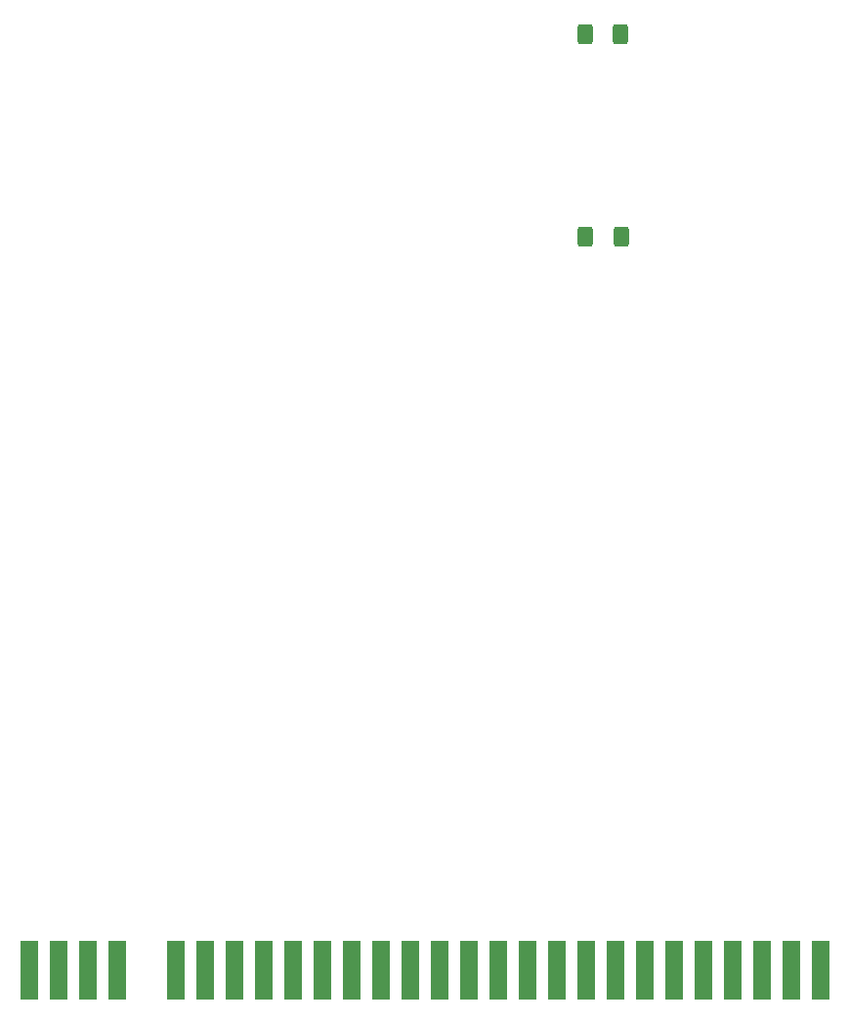
<source format=gtp>
%TF.GenerationSoftware,KiCad,Pcbnew,6.0.0-d3dd2cf0fa~116~ubuntu20.04.1*%
%TF.CreationDate,2022-03-24T22:15:26+01:00*%
%TF.ProjectId,addon-edge-rpi-i2s-pmod,6164646f-6e2d-4656-9467-652d7270692d,1.00*%
%TF.SameCoordinates,Original*%
%TF.FileFunction,Paste,Top*%
%TF.FilePolarity,Positive*%
%FSLAX46Y46*%
G04 Gerber Fmt 4.6, Leading zero omitted, Abs format (unit mm)*
G04 Created by KiCad (PCBNEW 6.0.0-d3dd2cf0fa~116~ubuntu20.04.1) date 2022-03-24 22:15:26*
%MOMM*%
%LPD*%
G01*
G04 APERTURE LIST*
G04 Aperture macros list*
%AMRoundRect*
0 Rectangle with rounded corners*
0 $1 Rounding radius*
0 $2 $3 $4 $5 $6 $7 $8 $9 X,Y pos of 4 corners*
0 Add a 4 corners polygon primitive as box body*
4,1,4,$2,$3,$4,$5,$6,$7,$8,$9,$2,$3,0*
0 Add four circle primitives for the rounded corners*
1,1,$1+$1,$2,$3*
1,1,$1+$1,$4,$5*
1,1,$1+$1,$6,$7*
1,1,$1+$1,$8,$9*
0 Add four rect primitives between the rounded corners*
20,1,$1+$1,$2,$3,$4,$5,0*
20,1,$1+$1,$4,$5,$6,$7,0*
20,1,$1+$1,$6,$7,$8,$9,0*
20,1,$1+$1,$8,$9,$2,$3,0*%
G04 Aperture macros list end*
%ADD10R,1.524000X5.080000*%
%ADD11RoundRect,0.250000X-0.400000X-0.625000X0.400000X-0.625000X0.400000X0.625000X-0.400000X0.625000X0*%
G04 APERTURE END LIST*
D10*
%TO.C,EDGE1*%
X124460000Y-142240000D03*
X127000000Y-142240000D03*
X129540000Y-142240000D03*
X132080000Y-142240000D03*
X137160000Y-142240000D03*
X139700000Y-142240000D03*
X142240000Y-142240000D03*
X144780000Y-142240000D03*
X147320000Y-142240000D03*
X149860000Y-142240000D03*
X152400000Y-142240000D03*
X154940000Y-142240000D03*
X157480000Y-142240000D03*
X160020000Y-142240000D03*
X162560000Y-142240000D03*
X165100000Y-142240000D03*
X167640000Y-142240000D03*
X170180000Y-142240000D03*
X172720000Y-142240000D03*
X175260000Y-142240000D03*
X177800000Y-142240000D03*
X180340000Y-142240000D03*
X182880000Y-142240000D03*
X185420000Y-142240000D03*
X187960000Y-142240000D03*
X190500000Y-142240000D03*
X193040000Y-142240000D03*
%TD*%
D11*
%TO.C,R1*%
X172644000Y-61235000D03*
X175744000Y-61235000D03*
%TD*%
%TO.C,R2*%
X172694000Y-78740000D03*
X175794000Y-78740000D03*
%TD*%
M02*

</source>
